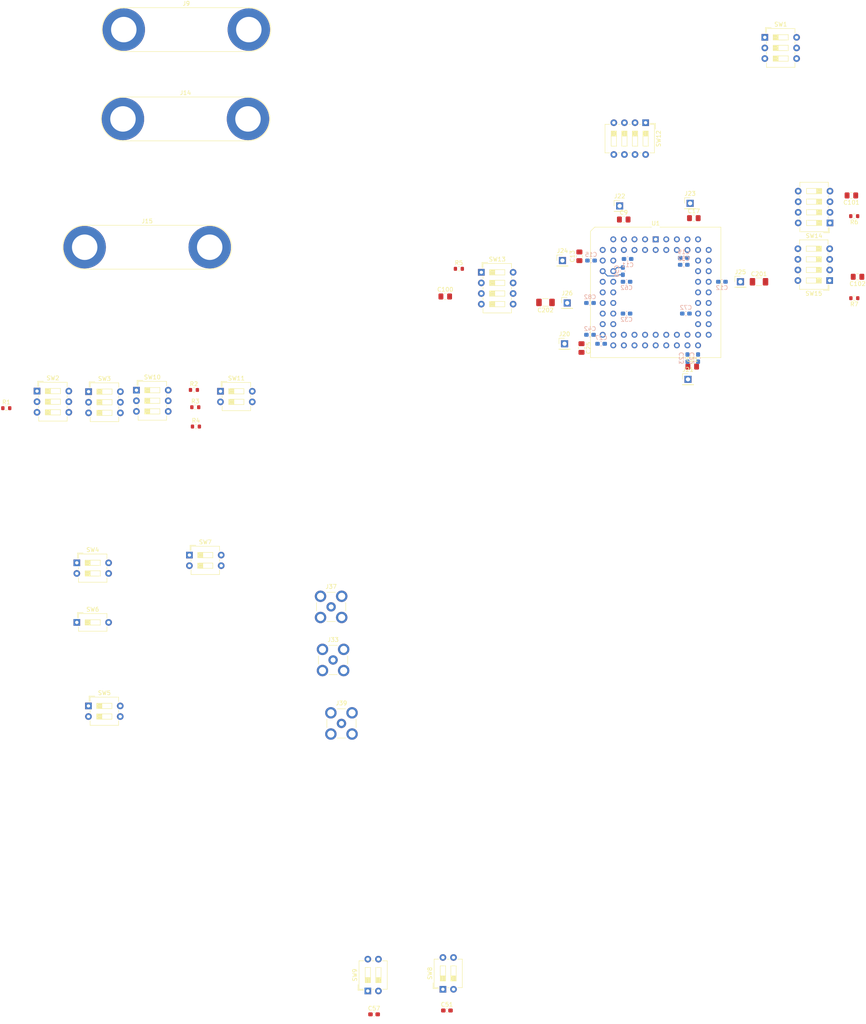
<source format=kicad_pcb>
(kicad_pcb (version 20171130) (host pcbnew 5.1.10-1.fc34)
  (layers (0 F.Cu signal) (31 B.Cu signal) (34 B.Paste user) (35 F.Paste user) (36 B.SilkS user) (37 F.SilkS user) (38 B.Mask user) (39 F.Mask user) (44 Edge.Cuts user))
  (net 0 "")
  (net 1 /VDD_diff)
  (net 2 /Vi2m)
  (net 3 /Vo2d)
  (net 4 /Vi2O)
  (net 5 /Vi1m)
  (net 6 /Vo1d)
  (net 7 /Vi1O)
  (net 8 /VM_diff)
  (net 9 /VDD_io)
  (net 10 /nB)
  (net 11 /VDD_O)
  (net 12 /nD)
  (net 13 /nG)
  (net 14 /nS)
  (net 15 /Vo1O)
  (net 16 /TCc1)
  (net 17 /VoOi)
  (net 18 /VoOii)
  (net 19 /VoO)
  (net 20 /TCc2)
  (net 21 /Vo2O)
  (net 22 "Net-(U1-Pad27)")
  (net 23 /VM_O)
  (net 24 /Vi1d)
  (net 25 /Vo2m)
  (net 26 /T_Cc)
  (net 27 /VoM)
  (net 28 /VDD_M)
  (net 29 "Net-(U1-Pad10)")
  (net 30 "Net-(U1-Pad61)")
  (net 31 "Net-(U1-Pad62)")
  (net 32 /pD)
  (net 33 /pG)
  (net 34 /pB)
  (net 35 /pS)
  (net 36 "Net-(U1-Pad9)")
  (net 37 /VbiasM)
  (net 38 /VIbias)
  (net 39 /VbiasDiff)
  (net 40 /VbiasO)
  (net 41 /Vo1m)
  (net 42 /VM_M)
  (net 43 "Net-(R2-Pad1)")
  (net 44 GND)
  (net 45 "Net-(R1-Pad1)")
  (net 46 "Net-(SW10-Pad1)")
  (net 47 "Net-(C51-Pad1)")
  (net 48 "Net-(C57-Pad1)")
  (net 49 "Net-(R4-Pad1)")
  (net 50 "Net-(R3-Pad1)")
  (net 51 "Net-(R2-Pad2)")
  (net 52 /Vin)
  (net 53 /1V8_g)
  (net 54 /0V9_g)
  (net 55 /1V14_g)
  (net 56 "Net-(C100-Pad1)")
  (net 57 "Net-(R5-Pad1)")
  (net 58 /Vi2d)
  (net 59 "Net-(C101-Pad1)")
  (net 60 "Net-(C102-Pad1)")
  (net 61 "Net-(R6-Pad1)")
  (net 62 "Net-(R7-Pad1)")
  (net 63 /Vbi)
  (module Capacitor_SMD:C_1206_3216Metric_Pad1.33x1.80mm_HandSolder (layer F.Cu) (at 141.986 124.46 180)
    (fp_text reference C202 (at 0 -1.85) (layer F.SilkS))
    (fp_text value 10uF)
    (pad 2 smd roundrect (at 1.5625 0 180) (size 1.325 1.8) (layers F.Cu F.Paste F.Mask) (roundrect_rratio 0.188679) (net 44 GND))
    (pad 1 smd roundrect (at -1.5625 0 180) (size 1.325 1.8) (layers F.Cu F.Paste F.Mask) (roundrect_rratio 0.188679) (net 1 /VDD_diff))
  )
  (module Capacitor_SMD:C_1206_3216Metric_Pad1.33x1.80mm_HandSolder (layer F.Cu) (at 193.167 119.507)
    (fp_text reference C201 (at 0 -1.85) (layer F.SilkS))
    (fp_text value 10uF)
    (pad 2 smd roundrect (at 1.5625 0) (size 1.325 1.8) (layers F.Cu F.Paste F.Mask) (roundrect_rratio 0.188679) (net 44 GND))
    (pad 1 smd roundrect (at -1.5625 0) (size 1.325 1.8) (layers F.Cu F.Paste F.Mask) (roundrect_rratio 0.188679) (net 1 /VDD_diff))
  )
  (module Capacitor_SMD:C_0805_2012Metric_Pad1.18x1.45mm_HandSolder (layer F.Cu) (at 216.788 118.314 180)
    (fp_text reference C102 (at 0 -1.68) (layer F.SilkS))
    (fp_text value 1u)
    (pad 2 smd roundrect (at 1.0375 0 180) (size 1.175 1.45) (layers F.Cu F.Paste F.Mask) (roundrect_rratio 0.212766) (net 52 /Vin))
    (pad 1 smd roundrect (at -1.0375 0 180) (size 1.175 1.45) (layers F.Cu F.Paste F.Mask) (roundrect_rratio 0.212766) (net 60 "Net-(C102-Pad1)"))
  )
  (module Capacitor_SMD:C_0805_2012Metric_Pad1.18x1.45mm_HandSolder (layer F.Cu) (at 215.3195 98.831 180)
    (fp_text reference C101 (at 0 -1.68) (layer F.SilkS))
    (fp_text value 1u)
    (pad 2 smd roundrect (at 1.0375 0 180) (size 1.175 1.45) (layers F.Cu F.Paste F.Mask) (roundrect_rratio 0.212766) (net 52 /Vin))
    (pad 1 smd roundrect (at -1.0375 0 180) (size 1.175 1.45) (layers F.Cu F.Paste F.Mask) (roundrect_rratio 0.212766) (net 59 "Net-(C101-Pad1)"))
  )
  (module Capacitor_SMD:C_0805_2012Metric_Pad1.18x1.45mm_HandSolder (layer F.Cu) (at 117.96 123.033)
    (fp_text reference C100 (at 0 -1.68) (layer F.SilkS))
    (fp_text value 1u)
    (pad 2 smd roundrect (at 1.0375 0) (size 1.175 1.45) (layers F.Cu F.Paste F.Mask) (roundrect_rratio 0.212766) (net 52 /Vin))
    (pad 1 smd roundrect (at -1.0375 0) (size 1.175 1.45) (layers F.Cu F.Paste F.Mask) (roundrect_rratio 0.212766) (net 56 "Net-(C100-Pad1)"))
  )
  (module Capacitor_SMD:C_0603_1608Metric_Pad1.08x0.95mm_HandSolder (layer B.Cu) (at 152.654 124.587 180)
    (fp_text reference C82 (at 0 1.43) (layer B.SilkS) (effects (justify mirror)))
    (fp_text value 10n)
    (pad 2 smd roundrect (at 0.8625 0 180) (size 1.075 0.95) (layers B.Cu B.Paste B.Mask) (net 44 GND))
    (pad 1 smd roundrect (at -0.8625 0 180) (size 1.075 0.95) (layers B.Cu B.Paste B.Mask) (net 1 /VDD_diff))
  )
  (module Capacitor_SMD:C_0603_1608Metric_Pad1.08x0.95mm_HandSolder (layer B.Cu) (at 175.641 127.127 180)
    (fp_text reference C72 (at 0 1.43) (layer B.SilkS) (effects (justify mirror)))
    (fp_text value 10n)
    (pad 2 smd roundrect (at 0.8625 0 180) (size 1.075 0.95) (layers B.Cu B.Paste B.Mask) (net 44 GND))
    (pad 1 smd roundrect (at -0.8625 0 180) (size 1.075 0.95) (layers B.Cu B.Paste B.Mask) (net 1 /VDD_diff))
  )
  (module Capacitor_SMD:C_0603_1608Metric_Pad1.08x0.95mm_HandSolder (layer B.Cu) (at 161.417 119.507)
    (fp_text reference C62 (at 0 1.43) (layer B.SilkS) (effects (justify mirror)))
    (fp_text value 10n)
    (pad 2 smd roundrect (at 0.8625 0) (size 1.075 0.95) (layers B.Cu B.Paste B.Mask) (net 44 GND))
    (pad 1 smd roundrect (at -0.8625 0) (size 1.075 0.95) (layers B.Cu B.Paste B.Mask) (net 1 /VDD_diff))
  )
  (module Capacitor_SMD:C_0603_1608Metric_Pad1.08x0.95mm_HandSolder (layer F.Cu) (at 100.9 295)
    (fp_text reference C57 (at 0 -1.43) (layer F.SilkS))
    (fp_text value 1n)
    (pad 2 smd roundrect (at 0.8625 0) (size 1.075 0.95) (layers F.Cu F.Paste F.Mask) (net 16 /TCc1))
    (pad 1 smd roundrect (at -0.8625 0) (size 1.075 0.95) (layers F.Cu F.Paste F.Mask) (net 48 "Net-(C57-Pad1)"))
  )
  (module Capacitor_SMD:C_0603_1608Metric_Pad1.08x0.95mm_HandSolder (layer B.Cu) (at 175.133 115.443 180)
    (fp_text reference C52 (at 0 1.43) (layer B.SilkS) (effects (justify mirror)))
    (fp_text value 10n)
    (pad 2 smd roundrect (at 0.8625 0 180) (size 1.075 0.95) (layers B.Cu B.Paste B.Mask) (net 44 GND))
    (pad 1 smd roundrect (at -0.8625 0 180) (size 1.075 0.95) (layers B.Cu B.Paste B.Mask) (net 1 /VDD_diff))
  )
  (module Capacitor_SMD:C_0603_1608Metric_Pad1.08x0.95mm_HandSolder (layer F.Cu) (at 118.36 294.08)
    (fp_text reference C51 (at 0 -1.43) (layer F.SilkS))
    (fp_text value 1n)
    (pad 2 smd roundrect (at 0.8625 0) (size 1.075 0.95) (layers F.Cu F.Paste F.Mask) (net 20 /TCc2))
    (pad 1 smd roundrect (at -0.8625 0) (size 1.075 0.95) (layers F.Cu F.Paste F.Mask) (net 47 "Net-(C51-Pad1)"))
  )
  (module Capacitor_SMD:C_0603_1608Metric_Pad1.08x0.95mm_HandSolder (layer B.Cu) (at 160.528 116.967 270)
    (fp_text reference C50 (at 0 1.43 270) (layer B.SilkS) (effects (justify mirror)))
    (fp_text value 1n)
    (pad 2 smd roundrect (at 0.8625 0 270) (size 1.075 0.95) (layers B.Cu B.Paste B.Mask) (net 26 /T_Cc))
    (pad 1 smd roundrect (at -0.8625 0 270) (size 1.075 0.95) (layers B.Cu B.Paste B.Mask) (net 25 /Vo2m))
  )
  (module Capacitor_SMD:C_0603_1608Metric_Pad1.08x0.95mm_HandSolder (layer B.Cu) (at 152.654 132.207 180)
    (fp_text reference C42 (at 0 1.43) (layer B.SilkS) (effects (justify mirror)))
    (fp_text value 10n)
    (pad 2 smd roundrect (at 0.8625 0 180) (size 1.075 0.95) (layers B.Cu B.Paste B.Mask) (net 44 GND))
    (pad 1 smd roundrect (at -0.8625 0 180) (size 1.075 0.95) (layers B.Cu B.Paste B.Mask) (net 1 /VDD_diff))
  )
  (module Capacitor_SMD:C_0603_1608Metric_Pad1.08x0.95mm_HandSolder (layer B.Cu) (at 161.417 127.127)
    (fp_text reference C32 (at 0 1.43) (layer B.SilkS) (effects (justify mirror)))
    (fp_text value 10n)
    (pad 2 smd roundrect (at 0.8625 0) (size 1.075 0.95) (layers B.Cu B.Paste B.Mask) (net 44 GND))
    (pad 1 smd roundrect (at -0.8625 0) (size 1.075 0.95) (layers B.Cu B.Paste B.Mask) (net 1 /VDD_diff))
  )
  (module Capacitor_SMD:C_0603_1608Metric_Pad1.08x0.95mm_HandSolder (layer B.Cu) (at 155.321 134.366 180)
    (fp_text reference C27 (at 0 1.43) (layer B.SilkS) (effects (justify mirror)))
    (fp_text value 10n)
    (pad 2 smd roundrect (at 0.8625 0 180) (size 1.075 0.95) (layers B.Cu B.Paste B.Mask) (net 44 GND))
    (pad 1 smd roundrect (at -0.8625 0 180) (size 1.075 0.95) (layers B.Cu B.Paste B.Mask) (net 11 /VDD_O))
  )
  (module Capacitor_SMD:C_0805_2012Metric_Pad1.18x1.45mm_HandSolder (layer F.Cu) (at 150.622 135.382 270)
    (fp_text reference C25 (at 0 -1.68 90) (layer F.SilkS))
    (fp_text value 1u)
    (pad 2 smd roundrect (at 1.0375 0 270) (size 1.175 1.45) (layers F.Cu F.Paste F.Mask) (roundrect_rratio 0.212766) (net 44 GND))
    (pad 1 smd roundrect (at -1.0375 0 270) (size 1.175 1.45) (layers F.Cu F.Paste F.Mask) (roundrect_rratio 0.212766) (net 11 /VDD_O))
  )
  (module Capacitor_SMD:C_0603_1608Metric_Pad1.08x0.95mm_HandSolder (layer B.Cu) (at 176.022 137.795 270)
    (fp_text reference C23 (at 0 1.43 90) (layer B.SilkS) (effects (justify mirror)))
    (fp_text value 10n)
    (pad 2 smd roundrect (at 0.8625 0 270) (size 1.075 0.95) (layers B.Cu B.Paste B.Mask) (net 44 GND))
    (pad 1 smd roundrect (at -0.8625 0 270) (size 1.075 0.95) (layers B.Cu B.Paste B.Mask) (net 11 /VDD_O))
  )
  (module Capacitor_SMD:C_0603_1608Metric_Pad1.08x0.95mm_HandSolder (layer B.Cu) (at 178.562 137.795 270)
    (fp_text reference C22 (at 0 1.43 270) (layer B.SilkS) (effects (justify mirror)))
    (fp_text value 10n)
    (pad 2 smd roundrect (at 0.8625 0 270) (size 1.075 0.95) (layers B.Cu B.Paste B.Mask) (net 44 GND))
    (pad 1 smd roundrect (at -0.8625 0 270) (size 1.075 0.95) (layers B.Cu B.Paste B.Mask) (net 1 /VDD_diff))
  )
  (module Capacitor_SMD:C_0805_2012Metric_Pad1.18x1.45mm_HandSolder (layer F.Cu) (at 177.165 139.827)
    (fp_text reference C21 (at 0 -1.68) (layer F.SilkS))
    (fp_text value 1u)
    (pad 2 smd roundrect (at 1.0375 0) (size 1.175 1.45) (layers F.Cu F.Paste F.Mask) (roundrect_rratio 0.212766) (net 44 GND))
    (pad 1 smd roundrect (at -1.0375 0) (size 1.175 1.45) (layers F.Cu F.Paste F.Mask) (roundrect_rratio 0.212766) (net 11 /VDD_O))
  )
  (module Capacitor_SMD:C_0603_1608Metric_Pad1.08x0.95mm_HandSolder (layer B.Cu) (at 175.133 113.792 180)
    (fp_text reference C19 (at 0 1.43) (layer B.SilkS) (effects (justify mirror)))
    (fp_text value 10n)
    (pad 2 smd roundrect (at 0.8625 0 180) (size 1.075 0.95) (layers B.Cu B.Paste B.Mask) (net 44 GND))
    (pad 1 smd roundrect (at -0.8625 0 180) (size 1.075 0.95) (layers B.Cu B.Paste B.Mask) (net 28 /VDD_M))
  )
  (module Capacitor_SMD:C_0805_2012Metric_Pad1.18x1.45mm_HandSolder (layer F.Cu) (at 177.546 104.267)
    (fp_text reference C17 (at 0 -1.68) (layer F.SilkS))
    (fp_text value 1u)
    (pad 2 smd roundrect (at 1.0375 0) (size 1.175 1.45) (layers F.Cu F.Paste F.Mask) (roundrect_rratio 0.212766) (net 44 GND))
    (pad 1 smd roundrect (at -1.0375 0) (size 1.175 1.45) (layers F.Cu F.Paste F.Mask) (roundrect_rratio 0.212766) (net 28 /VDD_M))
  )
  (module Capacitor_SMD:C_0603_1608Metric_Pad1.08x0.95mm_HandSolder (layer B.Cu) (at 152.908 114.427 180)
    (fp_text reference C15 (at 0 1.43) (layer B.SilkS) (effects (justify mirror)))
    (fp_text value 10n)
    (pad 2 smd roundrect (at 0.8625 0 180) (size 1.075 0.95) (layers B.Cu B.Paste B.Mask) (net 44 GND))
    (pad 1 smd roundrect (at -0.8625 0 180) (size 1.075 0.95) (layers B.Cu B.Paste B.Mask) (net 28 /VDD_M))
  )
  (module Capacitor_SMD:C_0805_2012Metric_Pad1.18x1.45mm_HandSolder (layer F.Cu) (at 150.114 113.411 90)
    (fp_text reference C13 (at 0 -1.68 90) (layer F.SilkS))
    (fp_text value 1u)
    (pad 2 smd roundrect (at 1.0375 0 90) (size 1.175 1.45) (layers F.Cu F.Paste F.Mask) (roundrect_rratio 0.212766) (net 44 GND))
    (pad 1 smd roundrect (at -1.0375 0 90) (size 1.175 1.45) (layers F.Cu F.Paste F.Mask) (roundrect_rratio 0.212766) (net 28 /VDD_M))
  )
  (module Capacitor_SMD:C_0603_1608Metric_Pad1.08x0.95mm_HandSolder (layer B.Cu) (at 184.277 119.507)
    (fp_text reference C12 (at 0 1.43) (layer B.SilkS) (effects (justify mirror)))
    (fp_text value 10n)
    (pad 2 smd roundrect (at 0.8625 0) (size 1.075 0.95) (layers B.Cu B.Paste B.Mask) (net 44 GND))
    (pad 1 smd roundrect (at -0.8625 0) (size 1.075 0.95) (layers B.Cu B.Paste B.Mask) (net 1 /VDD_diff))
  )
  (module Capacitor_SMD:C_0603_1608Metric_Pad1.08x0.95mm_HandSolder (layer B.Cu) (at 161.671 114.046)
    (fp_text reference C11 (at 0 1.43) (layer B.SilkS) (effects (justify mirror)))
    (fp_text value 10n)
    (pad 2 smd roundrect (at 0.8625 0) (size 1.075 0.95) (layers B.Cu B.Paste B.Mask) (net 44 GND))
    (pad 1 smd roundrect (at -0.8625 0) (size 1.075 0.95) (layers B.Cu B.Paste B.Mask) (net 28 /VDD_M))
  )
  (module Capacitor_SMD:C_0805_2012Metric_Pad1.18x1.45mm_HandSolder (layer F.Cu) (at 160.7435 104.594)
    (fp_text reference C9 (at 0 -1.68) (layer F.SilkS))
    (fp_text value 1u)
    (pad 2 smd roundrect (at 1.0375 0) (size 1.175 1.45) (layers F.Cu F.Paste F.Mask) (roundrect_rratio 0.212766) (net 44 GND))
    (pad 1 smd roundrect (at -1.0375 0) (size 1.175 1.45) (layers F.Cu F.Paste F.Mask) (roundrect_rratio 0.212766) (net 28 /VDD_M))
  )
  (module Button_Switch_THT:SW_DIP_SPSTx04_Slide_6.7x11.72mm_W7.62mm_P2.54mm_LowProfile (layer F.Cu) (at 210.116 119.211 180)
    (fp_text reference SW15 (at 3.81 -3.11) (layer F.SilkS))
    (fp_text value SW_DIP_x04)
    (pad 8 thru_hole oval (at 7.62 0 180) (size 1.6 1.6) (drill 0.8) (layers *.Cu *.Mask) (net 4 /Vi2O))
    (pad 4 thru_hole oval (at 0 7.62 180) (size 1.6 1.6) (drill 0.8) (layers *.Cu *.Mask) (net 52 /Vin))
    (pad 7 thru_hole oval (at 7.62 2.54 180) (size 1.6 1.6) (drill 0.8) (layers *.Cu *.Mask) (net 4 /Vi2O))
    (pad 3 thru_hole oval (at 0 5.08 180) (size 1.6 1.6) (drill 0.8) (layers *.Cu *.Mask) (net 60 "Net-(C102-Pad1)"))
    (pad 6 thru_hole oval (at 7.62 5.08 180) (size 1.6 1.6) (drill 0.8) (layers *.Cu *.Mask) (net 4 /Vi2O))
    (pad 2 thru_hole oval (at 0 2.54 180) (size 1.6 1.6) (drill 0.8) (layers *.Cu *.Mask) (net 54 /0V9_g))
    (pad 5 thru_hole oval (at 7.62 7.62 180) (size 1.6 1.6) (drill 0.8) (layers *.Cu *.Mask) (net 4 /Vi2O))
    (pad 1 thru_hole rect (at 0 0 180) (size 1.6 1.6) (drill 0.8) (layers *.Cu *.Mask) (net 62 "Net-(R7-Pad1)"))
  )
  (module Button_Switch_THT:SW_DIP_SPSTx04_Slide_6.7x11.72mm_W7.62mm_P2.54mm_LowProfile (layer F.Cu) (at 210.185 105.41 180)
    (fp_text reference SW14 (at 3.81 -3.11) (layer F.SilkS))
    (fp_text value SW_DIP_x04)
    (pad 8 thru_hole oval (at 7.62 0 180) (size 1.6 1.6) (drill 0.8) (layers *.Cu *.Mask) (net 2 /Vi2m))
    (pad 4 thru_hole oval (at 0 7.62 180) (size 1.6 1.6) (drill 0.8) (layers *.Cu *.Mask) (net 52 /Vin))
    (pad 7 thru_hole oval (at 7.62 2.54 180) (size 1.6 1.6) (drill 0.8) (layers *.Cu *.Mask) (net 2 /Vi2m))
    (pad 3 thru_hole oval (at 0 5.08 180) (size 1.6 1.6) (drill 0.8) (layers *.Cu *.Mask) (net 59 "Net-(C101-Pad1)"))
    (pad 6 thru_hole oval (at 7.62 5.08 180) (size 1.6 1.6) (drill 0.8) (layers *.Cu *.Mask) (net 2 /Vi2m))
    (pad 2 thru_hole oval (at 0 2.54 180) (size 1.6 1.6) (drill 0.8) (layers *.Cu *.Mask) (net 54 /0V9_g))
    (pad 5 thru_hole oval (at 7.62 7.62 180) (size 1.6 1.6) (drill 0.8) (layers *.Cu *.Mask) (net 2 /Vi2m))
    (pad 1 thru_hole rect (at 0 0 180) (size 1.6 1.6) (drill 0.8) (layers *.Cu *.Mask) (net 61 "Net-(R6-Pad1)"))
  )
  (module Button_Switch_THT:SW_DIP_SPSTx04_Slide_6.7x11.72mm_W7.62mm_P2.54mm_LowProfile (layer F.Cu) (at 126.61 117.243)
    (fp_text reference SW13 (at 3.81 -3.11) (layer F.SilkS))
    (fp_text value SW_DIP_x04)
    (pad 8 thru_hole oval (at 7.62 0) (size 1.6 1.6) (drill 0.8) (layers *.Cu *.Mask) (net 24 /Vi1d))
    (pad 4 thru_hole oval (at 0 7.62) (size 1.6 1.6) (drill 0.8) (layers *.Cu *.Mask) (net 52 /Vin))
    (pad 7 thru_hole oval (at 7.62 2.54) (size 1.6 1.6) (drill 0.8) (layers *.Cu *.Mask) (net 24 /Vi1d))
    (pad 3 thru_hole oval (at 0 5.08) (size 1.6 1.6) (drill 0.8) (layers *.Cu *.Mask) (net 56 "Net-(C100-Pad1)"))
    (pad 6 thru_hole oval (at 7.62 5.08) (size 1.6 1.6) (drill 0.8) (layers *.Cu *.Mask) (net 24 /Vi1d))
    (pad 2 thru_hole oval (at 0 2.54) (size 1.6 1.6) (drill 0.8) (layers *.Cu *.Mask) (net 54 /0V9_g))
    (pad 5 thru_hole oval (at 7.62 7.62) (size 1.6 1.6) (drill 0.8) (layers *.Cu *.Mask) (net 24 /Vi1d))
    (pad 1 thru_hole rect (at 0 0) (size 1.6 1.6) (drill 0.8) (layers *.Cu *.Mask) (net 57 "Net-(R5-Pad1)"))
  )
  (module Resistor_SMD:R_0603_1608Metric (layer F.Cu) (at 216.018 123.444 180)
    (fp_text reference R7 (at 0 -1.43) (layer F.SilkS))
    (fp_text value 50k)
    (pad 2 smd roundrect (at 0.825 0 180) (size 0.8 0.95) (layers F.Cu F.Paste F.Mask) (net 54 /0V9_g))
    (pad 1 smd roundrect (at -0.825 0 180) (size 0.8 0.95) (layers F.Cu F.Paste F.Mask) (net 62 "Net-(R7-Pad1)"))
  )
  (module Resistor_SMD:R_0603_1608Metric (layer F.Cu) (at 215.992 103.791 180)
    (fp_text reference R6 (at 0 -1.43) (layer F.SilkS))
    (fp_text value 50k)
    (pad 2 smd roundrect (at 0.825 0 180) (size 0.8 0.95) (layers F.Cu F.Paste F.Mask) (net 54 /0V9_g))
    (pad 1 smd roundrect (at -0.825 0 180) (size 0.8 0.95) (layers F.Cu F.Paste F.Mask) (net 61 "Net-(R6-Pad1)"))
  )
  (module Resistor_SMD:R_0603_1608Metric (layer F.Cu) (at 121.22 116.403)
    (fp_text reference R5 (at 0 -1.43) (layer F.SilkS))
    (fp_text value 50k)
    (pad 2 smd roundrect (at 0.825 0) (size 0.8 0.95) (layers F.Cu F.Paste F.Mask) (net 54 /0V9_g))
    (pad 1 smd roundrect (at -0.825 0) (size 0.8 0.95) (layers F.Cu F.Paste F.Mask) (net 57 "Net-(R5-Pad1)"))
  )
  (module Package_LCC:PLCC-68_THT-Socket (layer F.Cu) (at 168.402 109.347)
    (fp_text reference U1 (at 0 -3.825) (layer F.SilkS))
    (fp_text value PART1p68)
    (pad 60 thru_hole circle (at 12.7 2.54) (size 1.4224 1.4224) (drill 0.8) (layers *.Cu *.Mask) (net 44 GND))
    (pad 58 thru_hole circle (at 12.7 5.08) (size 1.4224 1.4224) (drill 0.8) (layers *.Cu *.Mask) (net 2 /Vi2m))
    (pad 56 thru_hole circle (at 12.7 7.62) (size 1.4224 1.4224) (drill 0.8) (layers *.Cu *.Mask) (net 4 /Vi2O))
    (pad 54 thru_hole circle (at 12.7 10.16) (size 1.4224 1.4224) (drill 0.8) (layers *.Cu *.Mask) (net 1 /VDD_diff))
    (pad 52 thru_hole circle (at 12.7 12.7) (size 1.4224 1.4224) (drill 0.8) (layers *.Cu *.Mask) (net 6 /Vo1d))
    (pad 50 thru_hole circle (at 12.7 15.24) (size 1.4224 1.4224) (drill 0.8) (layers *.Cu *.Mask) (net 44 GND))
    (pad 48 thru_hole circle (at 12.7 17.78) (size 1.4224 1.4224) (drill 0.8) (layers *.Cu *.Mask) (net 8 /VM_diff))
    (pad 46 thru_hole circle (at 12.7 20.32) (size 1.4224 1.4224) (drill 0.8) (layers *.Cu *.Mask) (net 9 /VDD_io))
    (pad 61 thru_hole circle (at 10.16 0) (size 1.4224 1.4224) (drill 0.8) (layers *.Cu *.Mask) (net 30 "Net-(U1-Pad61)"))
    (pad 59 thru_hole circle (at 10.16 5.08) (size 1.4224 1.4224) (drill 0.8) (layers *.Cu *.Mask) (net 1 /VDD_diff))
    (pad 57 thru_hole circle (at 10.16 7.62) (size 1.4224 1.4224) (drill 0.8) (layers *.Cu *.Mask) (net 3 /Vo2d))
    (pad 55 thru_hole circle (at 10.16 10.16) (size 1.4224 1.4224) (drill 0.8) (layers *.Cu *.Mask) (net 44 GND))
    (pad 53 thru_hole circle (at 10.16 12.7) (size 1.4224 1.4224) (drill 0.8) (layers *.Cu *.Mask) (net 5 /Vi1m))
    (pad 51 thru_hole circle (at 10.16 15.24) (size 1.4224 1.4224) (drill 0.8) (layers *.Cu *.Mask) (net 7 /Vi1O))
    (pad 49 thru_hole circle (at 10.16 17.78) (size 1.4224 1.4224) (drill 0.8) (layers *.Cu *.Mask) (net 1 /VDD_diff))
    (pad 47 thru_hole circle (at 10.16 20.32) (size 1.4224 1.4224) (drill 0.8) (layers *.Cu *.Mask) (net 44 GND))
    (pad 45 thru_hole circle (at 10.16 22.86) (size 1.4224 1.4224) (drill 0.8) (layers *.Cu *.Mask) (net 10 /nB))
    (pad 43 thru_hole circle (at 10.16 25.4) (size 1.4224 1.4224) (drill 0.8) (layers *.Cu *.Mask) (net 1 /VDD_diff))
    (pad 41 thru_hole circle (at 7.62 25.4) (size 1.4224 1.4224) (drill 0.8) (layers *.Cu *.Mask) (net 11 /VDD_O))
    (pad 39 thru_hole circle (at 5.08 25.4) (size 1.4224 1.4224) (drill 0.8) (layers *.Cu *.Mask) (net 13 /nG))
    (pad 37 thru_hole circle (at 2.54 25.4) (size 1.4224 1.4224) (drill 0.8) (layers *.Cu *.Mask) (net 15 /Vo1O))
    (pad 35 thru_hole circle (at 0 25.4) (size 1.4224 1.4224) (drill 0.8) (layers *.Cu *.Mask) (net 63 /Vbi))
    (pad 33 thru_hole circle (at -2.54 25.4) (size 1.4224 1.4224) (drill 0.8) (layers *.Cu *.Mask) (net 18 /VoOii))
    (pad 31 thru_hole circle (at -5.08 25.4) (size 1.4224 1.4224) (drill 0.8) (layers *.Cu *.Mask) (net 20 /TCc2))
    (pad 29 thru_hole circle (at -7.62 25.4) (size 1.4224 1.4224) (drill 0.8) (layers *.Cu *.Mask) (net 44 GND))
    (pad 27 thru_hole circle (at -10.16 25.4) (size 1.4224 1.4224) (drill 0.8) (layers *.Cu *.Mask) (net 22 "Net-(U1-Pad27)"))
    (pad 44 thru_hole circle (at 12.7 22.86) (size 1.4224 1.4224) (drill 0.8) (layers *.Cu *.Mask) (net 44 GND))
    (pad 42 thru_hole circle (at 7.62 22.86) (size 1.4224 1.4224) (drill 0.8) (layers *.Cu *.Mask) (net 44 GND))
    (pad 40 thru_hole circle (at 5.08 22.86) (size 1.4224 1.4224) (drill 0.8) (layers *.Cu *.Mask) (net 12 /nD))
    (pad 38 thru_hole circle (at 2.54 22.86) (size 1.4224 1.4224) (drill 0.8) (layers *.Cu *.Mask) (net 14 /nS))
    (pad 36 thru_hole circle (at 0 22.86) (size 1.4224 1.4224) (drill 0.8) (layers *.Cu *.Mask) (net 16 /TCc1))
    (pad 34 thru_hole circle (at -2.54 22.86) (size 1.4224 1.4224) (drill 0.8) (layers *.Cu *.Mask) (net 17 /VoOi))
    (pad 32 thru_hole circle (at -5.08 22.86) (size 1.4224 1.4224) (drill 0.8) (layers *.Cu *.Mask) (net 19 /VoO))
    (pad 30 thru_hole circle (at -7.62 22.86) (size 1.4224 1.4224) (drill 0.8) (layers *.Cu *.Mask) (net 21 /Vo2O))
    (pad 28 thru_hole circle (at -10.16 22.86) (size 1.4224 1.4224) (drill 0.8) (layers *.Cu *.Mask) (net 11 /VDD_O))
    (pad 26 thru_hole circle (at -12.7 22.86) (size 1.4224 1.4224) (drill 0.8) (layers *.Cu *.Mask) (net 1 /VDD_diff))
    (pad 24 thru_hole circle (at -12.7 20.32) (size 1.4224 1.4224) (drill 0.8) (layers *.Cu *.Mask) (net 23 /VM_O))
    (pad 22 thru_hole circle (at -12.7 17.78) (size 1.4224 1.4224) (drill 0.8) (layers *.Cu *.Mask) (net 44 GND))
    (pad 20 thru_hole circle (at -12.7 15.24) (size 1.4224 1.4224) (drill 0.8) (layers *.Cu *.Mask) (net 1 /VDD_diff))
    (pad 18 thru_hole circle (at -12.7 12.7) (size 1.4224 1.4224) (drill 0.8) (layers *.Cu *.Mask) (net 58 /Vi2d))
    (pad 16 thru_hole circle (at -12.7 10.16) (size 1.4224 1.4224) (drill 0.8) (layers *.Cu *.Mask) (net 44 GND))
    (pad 14 thru_hole circle (at -12.7 7.62) (size 1.4224 1.4224) (drill 0.8) (layers *.Cu *.Mask) (net 26 /T_Cc))
    (pad 12 thru_hole circle (at -12.7 5.08) (size 1.4224 1.4224) (drill 0.8) (layers *.Cu *.Mask) (net 28 /VDD_M))
    (pad 10 thru_hole circle (at -12.7 2.54) (size 1.4224 1.4224) (drill 0.8) (layers *.Cu *.Mask) (net 29 "Net-(U1-Pad10)"))
    (pad 25 thru_hole circle (at -10.16 20.32) (size 1.4224 1.4224) (drill 0.8) (layers *.Cu *.Mask) (net 44 GND))
    (pad 23 thru_hole circle (at -10.16 17.78) (size 1.4224 1.4224) (drill 0.8) (layers *.Cu *.Mask) (net 1 /VDD_diff))
    (pad 21 thru_hole circle (at -10.16 15.24) (size 1.4224 1.4224) (drill 0.8) (layers *.Cu *.Mask) (net 24 /Vi1d))
    (pad 19 thru_hole circle (at -10.16 12.7) (size 1.4224 1.4224) (drill 0.8) (layers *.Cu *.Mask) (net 44 GND))
    (pad 17 thru_hole circle (at -10.16 10.16) (size 1.4224 1.4224) (drill 0.8) (layers *.Cu *.Mask) (net 1 /VDD_diff))
    (pad 15 thru_hole circle (at -10.16 7.62) (size 1.4224 1.4224) (drill 0.8) (layers *.Cu *.Mask) (net 25 /Vo2m))
    (pad 13 thru_hole circle (at -10.16 5.08) (size 1.4224 1.4224) (drill 0.8) (layers *.Cu *.Mask) (net 27 /VoM))
    (pad 11 thru_hole circle (at -10.16 2.54) (size 1.4224 1.4224) (drill 0.8) (layers *.Cu *.Mask) (net 44 GND))
    (pad 63 thru_hole circle (at 7.62 0) (size 1.4224 1.4224) (drill 0.8) (layers *.Cu *.Mask) (net 44 GND))
    (pad 65 thru_hole circle (at 5.08 0) (size 1.4224 1.4224) (drill 0.8) (layers *.Cu *.Mask) (net 32 /pD))
    (pad 67 thru_hole circle (at 2.54 0) (size 1.4224 1.4224) (drill 0.8) (layers *.Cu *.Mask) (net 34 /pB))
    (pad 9 thru_hole circle (at -10.16 0) (size 1.4224 1.4224) (drill 0.8) (layers *.Cu *.Mask) (net 36 "Net-(U1-Pad9)"))
    (pad 7 thru_hole circle (at -7.62 0) (size 1.4224 1.4224) (drill 0.8) (layers *.Cu *.Mask) (net 44 GND))
    (pad 5 thru_hole circle (at -5.08 0) (size 1.4224 1.4224) (drill 0.8) (layers *.Cu *.Mask) (net 38 /VIbias))
    (pad 3 thru_hole circle (at -2.54 0) (size 1.4224 1.4224) (drill 0.8) (layers *.Cu *.Mask) (net 40 /VbiasO))
    (pad 1 thru_hole rect (at 0 0) (size 1.4224 1.4224) (drill 0.8) (layers *.Cu *.Mask) (net 42 /VM_M))
    (pad 62 thru_hole circle (at 10.16 2.54) (size 1.4224 1.4224) (drill 0.8) (layers *.Cu *.Mask) (net 31 "Net-(U1-Pad62)"))
    (pad 64 thru_hole circle (at 7.62 2.54) (size 1.4224 1.4224) (drill 0.8) (layers *.Cu *.Mask) (net 28 /VDD_M))
    (pad 66 thru_hole circle (at 5.08 2.54) (size 1.4224 1.4224) (drill 0.8) (layers *.Cu *.Mask) (net 33 /pG))
    (pad 68 thru_hole circle (at 2.54 2.54) (size 1.4224 1.4224) (drill 0.8) (layers *.Cu *.Mask) (net 35 /pS))
    (pad 8 thru_hole circle (at -7.62 2.54) (size 1.4224 1.4224) (drill 0.8) (layers *.Cu *.Mask) (net 28 /VDD_M))
    (pad 6 thru_hole circle (at -5.08 2.54) (size 1.4224 1.4224) (drill 0.8) (layers *.Cu *.Mask) (net 37 /VbiasM))
    (pad 4 thru_hole circle (at -2.54 2.54) (size 1.4224 1.4224) (drill 0.8) (layers *.Cu *.Mask) (net 39 /VbiasDiff))
    (pad 2 thru_hole circle (at 0 2.54) (size 1.4224 1.4224) (drill 0.8) (layers *.Cu *.Mask) (net 41 /Vo1m))
  )
  (module Resistor_SMD:R_0603_1608Metric (layer F.Cu) (at 58.19 154.19)
    (fp_text reference R4 (at 0 -1.43) (layer F.SilkS))
    (fp_text value 20k)
    (pad 2 smd roundrect (at 0.825 0) (size 0.8 0.95) (layers F.Cu F.Paste F.Mask) (net 43 "Net-(R2-Pad1)"))
    (pad 1 smd roundrect (at -0.825 0) (size 0.8 0.95) (layers F.Cu F.Paste F.Mask) (net 49 "Net-(R4-Pad1)"))
  )
  (module Resistor_SMD:R_0603_1608Metric (layer F.Cu) (at 58.04 149.56)
    (fp_text reference R3 (at 0 -1.43) (layer F.SilkS))
    (fp_text value 50k)
    (pad 2 smd roundrect (at 0.825 0) (size 0.8 0.95) (layers F.Cu F.Paste F.Mask) (net 43 "Net-(R2-Pad1)"))
    (pad 1 smd roundrect (at -0.825 0) (size 0.8 0.95) (layers F.Cu F.Paste F.Mask) (net 50 "Net-(R3-Pad1)"))
  )
  (module Resistor_SMD:R_0603_1608Metric (layer F.Cu) (at 57.71 145.42)
    (fp_text reference R2 (at 0 -1.43) (layer F.SilkS))
    (fp_text value 5k)
    (pad 2 smd roundrect (at 0.825 0) (size 0.8 0.95) (layers F.Cu F.Paste F.Mask) (net 51 "Net-(R2-Pad2)"))
    (pad 1 smd roundrect (at -0.825 0) (size 0.8 0.95) (layers F.Cu F.Paste F.Mask) (net 43 "Net-(R2-Pad1)"))
  )
  (module Resistor_SMD:R_0603_1608Metric (layer F.Cu) (at 12.73 149.79)
    (fp_text reference R1 (at 0 -1.43) (layer F.SilkS))
    (fp_text value 50)
    (pad 2 smd roundrect (at 0.825 0) (size 0.8 0.95) (layers F.Cu F.Paste F.Mask) (net 54 /0V9_g))
    (pad 1 smd roundrect (at -0.825 0) (size 0.8 0.95) (layers F.Cu F.Paste F.Mask) (net 45 "Net-(R1-Pad1)"))
  )
  (module Connector_Coaxial:SMB_Jack_Vertical (layer F.Cu) (at 93.08 225.31)
    (fp_text reference J39 (at 0 -4.85) (layer F.SilkS))
    (fp_text value Conn_Coaxial)
    (pad 1 thru_hole circle (at 0 0) (size 2.24 2.24) (drill 1.2) (layers *.Cu *.Mask) (net 12 /nD))
    (pad 2 thru_hole circle (at -2.54 -2.54) (size 2.74 2.74) (drill 1.7) (layers *.Cu *.Mask) (net 44 GND))
    (pad 2 thru_hole circle (at 2.54 -2.54) (size 2.74 2.74) (drill 1.7) (layers *.Cu *.Mask) (net 44 GND))
    (pad 2 thru_hole circle (at 2.54 2.54) (size 2.74 2.74) (drill 1.7) (layers *.Cu *.Mask) (net 44 GND))
    (pad 2 thru_hole circle (at -2.54 2.54) (size 2.74 2.74) (drill 1.7) (layers *.Cu *.Mask) (net 44 GND))
  )
  (module Connector_Coaxial:SMB_Jack_Vertical (layer F.Cu) (at 90.6 197.39)
    (fp_text reference J37 (at 0 -4.85) (layer F.SilkS))
    (fp_text value Conn_Coaxial)
    (pad 1 thru_hole circle (at 0 0) (size 2.24 2.24) (drill 1.2) (layers *.Cu *.Mask) (net 10 /nB))
    (pad 2 thru_hole circle (at -2.54 -2.54) (size 2.74 2.74) (drill 1.7) (layers *.Cu *.Mask) (net 44 GND))
    (pad 2 thru_hole circle (at 2.54 -2.54) (size 2.74 2.74) (drill 1.7) (layers *.Cu *.Mask) (net 44 GND))
    (pad 2 thru_hole circle (at 2.54 2.54) (size 2.74 2.74) (drill 1.7) (layers *.Cu *.Mask) (net 44 GND))
    (pad 2 thru_hole circle (at -2.54 2.54) (size 2.74 2.74) (drill 1.7) (layers *.Cu *.Mask) (net 44 GND))
  )
  (module Connector_Coaxial:SMB_Jack_Vertical (layer F.Cu) (at 91.07 210.11)
    (fp_text reference J33 (at 0 -4.85) (layer F.SilkS))
    (fp_text value Conn_Coaxial)
    (pad 1 thru_hole circle (at 0 0) (size 2.24 2.24) (drill 1.2) (layers *.Cu *.Mask) (net 34 /pB))
    (pad 2 thru_hole circle (at -2.54 -2.54) (size 2.74 2.74) (drill 1.7) (layers *.Cu *.Mask) (net 44 GND))
    (pad 2 thru_hole circle (at 2.54 -2.54) (size 2.74 2.74) (drill 1.7) (layers *.Cu *.Mask) (net 44 GND))
    (pad 2 thru_hole circle (at 2.54 2.54) (size 2.74 2.74) (drill 1.7) (layers *.Cu *.Mask) (net 44 GND))
    (pad 2 thru_hole circle (at -2.54 2.54) (size 2.74 2.74) (drill 1.7) (layers *.Cu *.Mask) (net 44 GND))
  )
  (module Connector_PinHeader_2.54mm:PinHeader_1x01_P2.54mm_Vertical (layer F.Cu) (at 147.193 124.587)
    (fp_text reference J26 (at 0 -2.33) (layer F.SilkS))
    (fp_text value Conn_01x01)
    (pad 1 thru_hole rect (at 0 0) (size 1.7 1.7) (drill 1) (layers *.Cu *.Mask) (net 1 /VDD_diff))
  )
  (module Connector_PinHeader_2.54mm:PinHeader_1x01_P2.54mm_Vertical (layer F.Cu) (at 188.722 119.507)
    (fp_text reference J25 (at 0 -2.33) (layer F.SilkS))
    (fp_text value Conn_01x01)
    (pad 1 thru_hole rect (at 0 0) (size 1.7 1.7) (drill 1) (layers *.Cu *.Mask) (net 1 /VDD_diff))
  )
  (module Connector_PinHeader_2.54mm:PinHeader_1x01_P2.54mm_Vertical (layer F.Cu) (at 146.05 114.427)
    (fp_text reference J24 (at 0 -2.33) (layer F.SilkS))
    (fp_text value Conn_01x01)
    (pad 1 thru_hole rect (at 0 0) (size 1.7 1.7) (drill 1) (layers *.Cu *.Mask) (net 28 /VDD_M))
  )
  (module Connector_PinHeader_2.54mm:PinHeader_1x01_P2.54mm_Vertical (layer F.Cu) (at 176.657 100.711)
    (fp_text reference J23 (at 0 -2.33) (layer F.SilkS))
    (fp_text value Conn_01x01)
    (pad 1 thru_hole rect (at 0 0) (size 1.7 1.7) (drill 1) (layers *.Cu *.Mask) (net 28 /VDD_M))
  )
  (module Connector_PinHeader_2.54mm:PinHeader_1x01_P2.54mm_Vertical (layer F.Cu) (at 159.766 101.346)
    (fp_text reference J22 (at 0 -2.33) (layer F.SilkS))
    (fp_text value Conn_01x01)
    (pad 1 thru_hole rect (at 0 0) (size 1.7 1.7) (drill 1) (layers *.Cu *.Mask) (net 28 /VDD_M))
  )
  (module Connector_PinHeader_2.54mm:PinHeader_1x01_P2.54mm_Vertical (layer F.Cu) (at 176.149 142.875)
    (fp_text reference J21 (at 0 -2.33) (layer F.SilkS))
    (fp_text value Conn_01x01)
    (pad 1 thru_hole rect (at 0 0) (size 1.7 1.7) (drill 1) (layers *.Cu *.Mask) (net 11 /VDD_O))
  )
  (module Connector_PinHeader_2.54mm:PinHeader_1x01_P2.54mm_Vertical (layer F.Cu) (at 146.558 134.366)
    (fp_text reference J20 (at 0 -2.33) (layer F.SilkS))
    (fp_text value Conn_01x01)
    (pad 1 thru_hole rect (at 0 0) (size 1.7 1.7) (drill 1) (layers *.Cu *.Mask) (net 11 /VDD_O))
  )
  (module Connector:Banana_Jack_2Pin (layer F.Cu) (at 40.9 59.1)
    (fp_text reference J9 (at 14.985 -6.24) (layer F.SilkS))
    (fp_text value Conn_01x01_Female)
    (pad 1 thru_hole circle (at 0 0) (size 10.16 10.16) (drill 6.1) (layers *.Cu *.Mask) (net 53 /1V8_g))
    (pad 2 thru_hole circle (at 29.97 0) (size 10.16 10.16) (drill 6.1) (layers *.Cu *.Mask) (net 53 /1V8_g))
  )
  (module Connector:Banana_Jack_2Pin (layer F.Cu) (at 40.7 80.5)
    (fp_text reference J14 (at 14.985 -6.24) (layer F.SilkS))
    (fp_text value Conn_01x01_Female)
    (pad 2 thru_hole circle (at 29.97 0) (size 10.16 10.16) (drill 6.1) (layers *.Cu *.Mask) (net 54 /0V9_g))
    (pad 1 thru_hole circle (at 0 0) (size 10.16 10.16) (drill 6.1) (layers *.Cu *.Mask) (net 54 /0V9_g))
  )
  (module Connector:Banana_Jack_2Pin (layer F.Cu) (at 31.525001 111.235001)
    (fp_text reference J15 (at 14.985 -6.24) (layer F.SilkS))
    (fp_text value Conn_01x01_Female)
    (pad 1 thru_hole circle (at 0 0) (size 10.16 10.16) (drill 6.1) (layers *.Cu *.Mask) (net 55 /1V14_g))
    (pad 2 thru_hole circle (at 29.97 0) (size 10.16 10.16) (drill 6.1) (layers *.Cu *.Mask) (net 55 /1V14_g))
  )
  (module Button_Switch_THT:SW_DIP_SPSTx03_Slide_6.7x9.18mm_W7.62mm_P2.54mm_LowProfile (layer F.Cu) (at 194.564 60.96)
    (fp_text reference SW1 (at 3.81 -3.11) (layer F.SilkS))
    (fp_text value SW_DIP_x03)
    (pad 6 thru_hole oval (at 7.62 0) (size 1.6 1.6) (drill 0.8) (layers *.Cu *.Mask) (net 1 /VDD_diff))
    (pad 3 thru_hole oval (at 0 5.08) (size 1.6 1.6) (drill 0.8) (layers *.Cu *.Mask) (net 53 /1V8_g))
    (pad 5 thru_hole oval (at 7.62 2.54) (size 1.6 1.6) (drill 0.8) (layers *.Cu *.Mask) (net 28 /VDD_M))
    (pad 2 thru_hole oval (at 0 2.54) (size 1.6 1.6) (drill 0.8) (layers *.Cu *.Mask) (net 53 /1V8_g))
    (pad 4 thru_hole oval (at 7.62 5.08) (size 1.6 1.6) (drill 0.8) (layers *.Cu *.Mask) (net 11 /VDD_O))
    (pad 1 thru_hole rect (at 0 0) (size 1.6 1.6) (drill 0.8) (layers *.Cu *.Mask) (net 53 /1V8_g))
  )
  (module Button_Switch_THT:SW_DIP_SPSTx03_Slide_6.7x9.18mm_W7.62mm_P2.54mm_LowProfile (layer F.Cu) (at 20.1 145.7)
    (fp_text reference SW2 (at 3.81 -3.11) (layer F.SilkS))
    (fp_text value SW_DIP_x03)
    (pad 6 thru_hole oval (at 7.62 0) (size 1.6 1.6) (drill 0.8) (layers *.Cu *.Mask) (net 58 /Vi2d))
    (pad 3 thru_hole oval (at 0 5.08) (size 1.6 1.6) (drill 0.8) (layers *.Cu *.Mask) (net 45 "Net-(R1-Pad1)"))
    (pad 5 thru_hole oval (at 7.62 2.54) (size 1.6 1.6) (drill 0.8) (layers *.Cu *.Mask) (net 5 /Vi1m))
    (pad 2 thru_hole oval (at 0 2.54) (size 1.6 1.6) (drill 0.8) (layers *.Cu *.Mask) (net 45 "Net-(R1-Pad1)"))
    (pad 4 thru_hole oval (at 7.62 5.08) (size 1.6 1.6) (drill 0.8) (layers *.Cu *.Mask) (net 7 /Vi1O))
    (pad 1 thru_hole rect (at 0 0) (size 1.6 1.6) (drill 0.8) (layers *.Cu *.Mask) (net 45 "Net-(R1-Pad1)"))
  )
  (module Button_Switch_THT:SW_DIP_SPSTx03_Slide_6.7x9.18mm_W7.62mm_P2.54mm_LowProfile (layer F.Cu) (at 32.46 145.83)
    (fp_text reference SW3 (at 3.81 -3.11) (layer F.SilkS))
    (fp_text value SW_DIP_x03)
    (pad 1 thru_hole rect (at 0 0) (size 1.6 1.6) (drill 0.8) (layers *.Cu *.Mask) (net 58 /Vi2d))
    (pad 4 thru_hole oval (at 7.62 5.08) (size 1.6 1.6) (drill 0.8) (layers *.Cu *.Mask) (net 46 "Net-(SW10-Pad1)"))
    (pad 2 thru_hole oval (at 0 2.54) (size 1.6 1.6) (drill 0.8) (layers *.Cu *.Mask) (net 5 /Vi1m))
    (pad 5 thru_hole oval (at 7.62 2.54) (size 1.6 1.6) (drill 0.8) (layers *.Cu *.Mask) (net 46 "Net-(SW10-Pad1)"))
    (pad 3 thru_hole oval (at 0 5.08) (size 1.6 1.6) (drill 0.8) (layers *.Cu *.Mask) (net 7 /Vi1O))
    (pad 6 thru_hole oval (at 7.62 0) (size 1.6 1.6) (drill 0.8) (layers *.Cu *.Mask) (net 46 "Net-(SW10-Pad1)"))
  )
  (module Button_Switch_THT:SW_DIP_SPSTx02_Slide_6.7x6.64mm_W7.62mm_P2.54mm_LowProfile (layer F.Cu) (at 29.64 186.84)
    (fp_text reference SW4 (at 3.81 -3.11) (layer F.SilkS))
    (fp_text value SW_DIP_x02)
    (pad 4 thru_hole oval (at 7.62 0) (size 1.6 1.6) (drill 0.8) (layers *.Cu *.Mask) (net 5 /Vi1m))
    (pad 2 thru_hole oval (at 0 2.54) (size 1.6 1.6) (drill 0.8) (layers *.Cu *.Mask) (net 6 /Vo1d))
    (pad 3 thru_hole oval (at 7.62 2.54) (size 1.6 1.6) (drill 0.8) (layers *.Cu *.Mask) (net 7 /Vi1O))
    (pad 1 thru_hole rect (at 0 0) (size 1.6 1.6) (drill 0.8) (layers *.Cu *.Mask) (net 6 /Vo1d))
  )
  (module Button_Switch_THT:SW_DIP_SPSTx02_Slide_6.7x6.64mm_W7.62mm_P2.54mm_LowProfile (layer F.Cu) (at 32.43 221.12)
    (fp_text reference SW5 (at 3.81 -3.11) (layer F.SilkS))
    (fp_text value SW_DIP_x02)
    (pad 1 thru_hole rect (at 0 0) (size 1.6 1.6) (drill 0.8) (layers *.Cu *.Mask) (net 3 /Vo2d))
    (pad 3 thru_hole oval (at 7.62 2.54) (size 1.6 1.6) (drill 0.8) (layers *.Cu *.Mask) (net 4 /Vi2O))
    (pad 2 thru_hole oval (at 0 2.54) (size 1.6 1.6) (drill 0.8) (layers *.Cu *.Mask) (net 3 /Vo2d))
    (pad 4 thru_hole oval (at 7.62 0) (size 1.6 1.6) (drill 0.8) (layers *.Cu *.Mask) (net 2 /Vi2m))
  )
  (module Button_Switch_THT:SW_DIP_SPSTx01_Slide_6.7x4.1mm_W7.62mm_P2.54mm_LowProfile (layer F.Cu) (at 29.64 201.11)
    (fp_text reference SW6 (at 3.81 -3.11) (layer F.SilkS))
    (fp_text value SW_DIP_x01)
    (pad 1 thru_hole rect (at 0 0) (size 1.6 1.6) (drill 0.8) (layers *.Cu *.Mask) (net 17 /VoOi))
    (pad 2 thru_hole oval (at 7.62 0) (size 1.6 1.6) (drill 0.8) (layers *.Cu *.Mask) (net 63 /Vbi))
  )
  (module Button_Switch_THT:SW_DIP_SPSTx02_Slide_6.7x6.64mm_W7.62mm_P2.54mm_LowProfile (layer F.Cu) (at 56.63 184.98)
    (fp_text reference SW7 (at 3.81 -3.11) (layer F.SilkS))
    (fp_text value SW_DIP_x02)
    (pad 4 thru_hole oval (at 7.62 0) (size 1.6 1.6) (drill 0.8) (layers *.Cu *.Mask) (net 19 /VoO))
    (pad 2 thru_hole oval (at 0 2.54) (size 1.6 1.6) (drill 0.8) (layers *.Cu *.Mask) (net 18 /VoOii))
    (pad 3 thru_hole oval (at 7.62 2.54) (size 1.6 1.6) (drill 0.8) (layers *.Cu *.Mask) (net 17 /VoOi))
    (pad 1 thru_hole rect (at 0 0) (size 1.6 1.6) (drill 0.8) (layers *.Cu *.Mask) (net 18 /VoOii))
  )
  (module Button_Switch_THT:SW_DIP_SPSTx02_Slide_6.7x6.64mm_W7.62mm_P2.54mm_LowProfile (layer F.Cu) (at 117.4 289 90)
    (fp_text reference SW8 (at 3.81 -3.11 90) (layer F.SilkS))
    (fp_text value SW_DIP_x02)
    (pad 1 thru_hole rect (at 0 0 90) (size 1.6 1.6) (drill 0.8) (layers *.Cu *.Mask) (net 47 "Net-(C51-Pad1)"))
    (pad 3 thru_hole oval (at 7.62 2.54 90) (size 1.6 1.6) (drill 0.8) (layers *.Cu *.Mask) (net 63 /Vbi))
    (pad 2 thru_hole oval (at 0 2.54 90) (size 1.6 1.6) (drill 0.8) (layers *.Cu *.Mask) (net 47 "Net-(C51-Pad1)"))
    (pad 4 thru_hole oval (at 7.62 0 90) (size 1.6 1.6) (drill 0.8) (layers *.Cu *.Mask) (net 21 /Vo2O))
  )
  (module Button_Switch_THT:SW_DIP_SPSTx02_Slide_6.7x6.64mm_W7.62mm_P2.54mm_LowProfile (layer F.Cu) (at 99.4 289.4 90)
    (fp_text reference SW9 (at 3.81 -3.11 90) (layer F.SilkS))
    (fp_text value SW_DIP_x02)
    (pad 1 thru_hole rect (at 0 0 90) (size 1.6 1.6) (drill 0.8) (layers *.Cu *.Mask) (net 48 "Net-(C57-Pad1)"))
    (pad 3 thru_hole oval (at 7.62 2.54 90) (size 1.6 1.6) (drill 0.8) (layers *.Cu *.Mask) (net 15 /Vo1O))
    (pad 2 thru_hole oval (at 0 2.54 90) (size 1.6 1.6) (drill 0.8) (layers *.Cu *.Mask) (net 48 "Net-(C57-Pad1)"))
    (pad 4 thru_hole oval (at 7.62 0 90) (size 1.6 1.6) (drill 0.8) (layers *.Cu *.Mask) (net 63 /Vbi))
  )
  (module Button_Switch_THT:SW_DIP_SPSTx03_Slide_6.7x9.18mm_W7.62mm_P2.54mm_LowProfile (layer F.Cu) (at 43.93 145.48)
    (fp_text reference SW10 (at 3.81 -3.11) (layer F.SilkS))
    (fp_text value SW_DIP_x03)
    (pad 1 thru_hole rect (at 0 0) (size 1.6 1.6) (drill 0.8) (layers *.Cu *.Mask) (net 46 "Net-(SW10-Pad1)"))
    (pad 4 thru_hole oval (at 7.62 5.08) (size 1.6 1.6) (drill 0.8) (layers *.Cu *.Mask) (net 49 "Net-(R4-Pad1)"))
    (pad 2 thru_hole oval (at 0 2.54) (size 1.6 1.6) (drill 0.8) (layers *.Cu *.Mask) (net 46 "Net-(SW10-Pad1)"))
    (pad 5 thru_hole oval (at 7.62 2.54) (size 1.6 1.6) (drill 0.8) (layers *.Cu *.Mask) (net 50 "Net-(R3-Pad1)"))
    (pad 3 thru_hole oval (at 0 5.08) (size 1.6 1.6) (drill 0.8) (layers *.Cu *.Mask) (net 46 "Net-(SW10-Pad1)"))
    (pad 6 thru_hole oval (at 7.62 0) (size 1.6 1.6) (drill 0.8) (layers *.Cu *.Mask) (net 51 "Net-(R2-Pad2)"))
  )
  (module Button_Switch_THT:SW_DIP_SPSTx02_Slide_6.7x6.64mm_W7.62mm_P2.54mm_LowProfile (layer F.Cu) (at 64.08 145.74)
    (fp_text reference SW11 (at 3.81 -3.11) (layer F.SilkS))
    (fp_text value SW_DIP_x02)
    (pad 4 thru_hole oval (at 7.62 0) (size 1.6 1.6) (drill 0.8) (layers *.Cu *.Mask) (net 27 /VoM))
    (pad 2 thru_hole oval (at 0 2.54) (size 1.6 1.6) (drill 0.8) (layers *.Cu *.Mask) (net 43 "Net-(R2-Pad1)"))
    (pad 3 thru_hole oval (at 7.62 2.54) (size 1.6 1.6) (drill 0.8) (layers *.Cu *.Mask) (net 19 /VoO))
    (pad 1 thru_hole rect (at 0 0) (size 1.6 1.6) (drill 0.8) (layers *.Cu *.Mask) (net 43 "Net-(R2-Pad1)"))
  )
  (module Button_Switch_THT:SW_DIP_SPSTx04_Slide_6.7x11.72mm_W7.62mm_P2.54mm_LowProfile (layer F.Cu) (at 165.989 81.407 270)
    (fp_text reference SW12 (at 3.81 -3.11 90) (layer F.SilkS))
    (fp_text value SW_DIP_x04)
    (pad 1 thru_hole rect (at 0 0 270) (size 1.6 1.6) (drill 0.8) (layers *.Cu *.Mask) (net 38 /VIbias))
    (pad 5 thru_hole oval (at 7.62 7.62 270) (size 1.6 1.6) (drill 0.8) (layers *.Cu *.Mask) (net 63 /Vbi))
    (pad 2 thru_hole oval (at 0 2.54 270) (size 1.6 1.6) (drill 0.8) (layers *.Cu *.Mask) (net 38 /VIbias))
    (pad 6 thru_hole oval (at 7.62 5.08 270) (size 1.6 1.6) (drill 0.8) (layers *.Cu *.Mask) (net 37 /VbiasM))
    (pad 3 thru_hole oval (at 0 5.08 270) (size 1.6 1.6) (drill 0.8) (layers *.Cu *.Mask) (net 38 /VIbias))
    (pad 7 thru_hole oval (at 7.62 2.54 270) (size 1.6 1.6) (drill 0.8) (layers *.Cu *.Mask) (net 39 /VbiasDiff))
    (pad 4 thru_hole oval (at 0 7.62 270) (size 1.6 1.6) (drill 0.8) (layers *.Cu *.Mask) (net 38 /VIbias))
    (pad 8 thru_hole oval (at 7.62 0 270) (size 1.6 1.6) (drill 0.8) (layers *.Cu *.Mask) (net 40 /VbiasO))
  )
  (segment (start 159.1045 116.1045) (end 158.242 116.967) (width 0.25) (layer B.Cu) (net 25))
  (segment (start 160.528 116.1045) (end 159.1045 116.1045) (width 0.25) (layer B.Cu) (net 25))
  (segment (start 156.845 118.11) (end 155.702 116.967) (width 0.25) (layer B.Cu) (net 26))
  (segment (start 159.385 118.11) (end 156.845 118.11) (width 0.25) (layer B.Cu) (net 26))
  (segment (start 159.6655 117.8295) (end 159.385 118.11) (width 0.25) (layer B.Cu) (net 26))
  (segment (start 160.528 117.8295) (end 159.6655 117.8295) (width 0.25) (layer B.Cu) (net 26))
)
</source>
